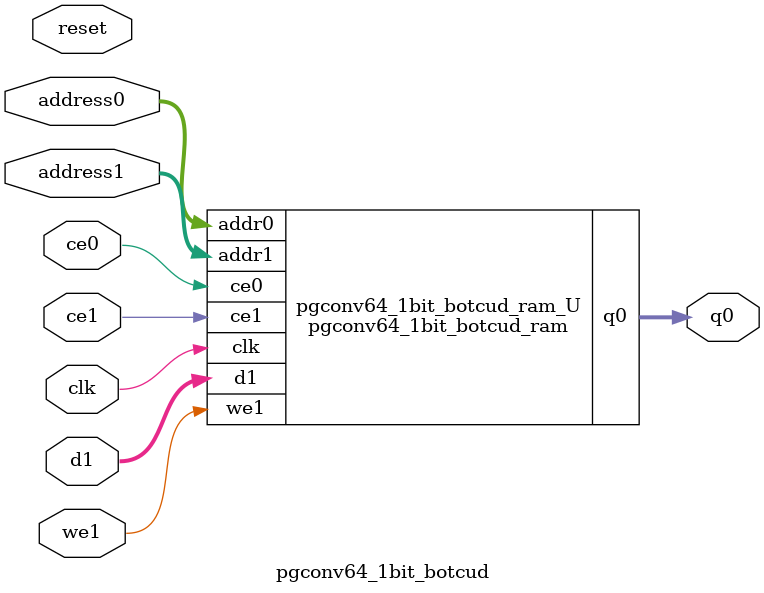
<source format=v>
`timescale 1 ns / 1 ps
module pgconv64_1bit_botcud_ram (addr0, ce0, q0, addr1, ce1, d1, we1,  clk);

parameter DWIDTH = 64;
parameter AWIDTH = 4;
parameter MEM_SIZE = 9;

input[AWIDTH-1:0] addr0;
input ce0;
output reg[DWIDTH-1:0] q0;
input[AWIDTH-1:0] addr1;
input ce1;
input[DWIDTH-1:0] d1;
input we1;
input clk;

(* ram_style = "distributed" *)reg [DWIDTH-1:0] ram[0:MEM_SIZE-1];




always @(posedge clk)  
begin 
    if (ce0) begin
        q0 <= ram[addr0];
    end
end


always @(posedge clk)  
begin 
    if (ce1) begin
        if (we1) 
            ram[addr1] <= d1; 
    end
end


endmodule

`timescale 1 ns / 1 ps
module pgconv64_1bit_botcud(
    reset,
    clk,
    address0,
    ce0,
    q0,
    address1,
    ce1,
    we1,
    d1);

parameter DataWidth = 32'd64;
parameter AddressRange = 32'd9;
parameter AddressWidth = 32'd4;
input reset;
input clk;
input[AddressWidth - 1:0] address0;
input ce0;
output[DataWidth - 1:0] q0;
input[AddressWidth - 1:0] address1;
input ce1;
input we1;
input[DataWidth - 1:0] d1;



pgconv64_1bit_botcud_ram pgconv64_1bit_botcud_ram_U(
    .clk( clk ),
    .addr0( address0 ),
    .ce0( ce0 ),
    .q0( q0 ),
    .addr1( address1 ),
    .ce1( ce1 ),
    .we1( we1 ),
    .d1( d1 ));

endmodule


</source>
